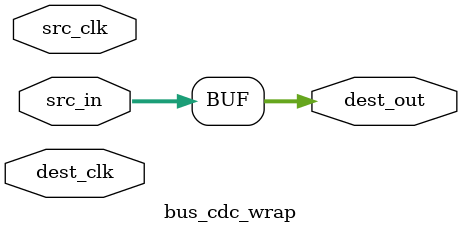
<source format=v>
module bus_cdc_wrap #
(
    parameter WIDTH = 2
) (
    input  wire src_clk,
    input  wire dest_clk,
    input  wire [WIDTH-1:0] src_in,
    output wire [WIDTH-1:0] dest_out
);

`ifdef TARGET_SYNTHESIS
// XXX: array single CDC, should only be used for status signals
xpm_cdc_array_single #(
   .DEST_SYNC_FF(3),   // DECIMAL; range: 2-10
   .INIT_SYNC_FF(0),   // DECIMAL; 0=disable simulation init values, 1=enable simulation init values
   .SIM_ASSERT_CHK(0), // DECIMAL; 0=disable simulation messages, 1=enable simulation messages
   .SRC_INPUT_REG(1),  // DECIMAL; 0=do not register input, 1=register input
   .WIDTH(WIDTH)       // DECIMAL; range: 1-1024
) i_cdc (
   .dest_out, // WIDTH-bit output: src_in synchronized to the destination clock domain. This
                        // output is registered.

   .dest_clk, // 1-bit input: Clock signal for the destination clock domain.
   .src_clk,   // 1-bit input: optional; required when SRC_INPUT_REG = 1
   .src_in      // WIDTH-bit input: Input single-bit array to be synchronized to destination clock
                        // domain. It is assumed that each bit of the array is unrelated to the others. This
                        // is reflected in the constraints applied to this macro. To transfer a binary value
                        // losslessly across the two clock domains, use the XPM_CDC_GRAY macro instead.

);
`else
assign dest_out = src_in;
`endif

endmodule
</source>
